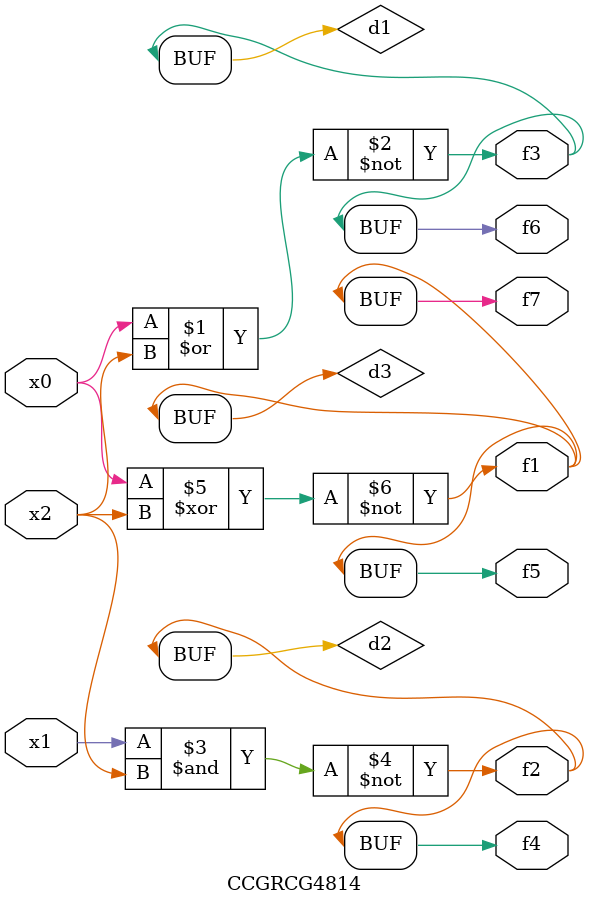
<source format=v>
module CCGRCG4814(
	input x0, x1, x2,
	output f1, f2, f3, f4, f5, f6, f7
);

	wire d1, d2, d3;

	nor (d1, x0, x2);
	nand (d2, x1, x2);
	xnor (d3, x0, x2);
	assign f1 = d3;
	assign f2 = d2;
	assign f3 = d1;
	assign f4 = d2;
	assign f5 = d3;
	assign f6 = d1;
	assign f7 = d3;
endmodule

</source>
